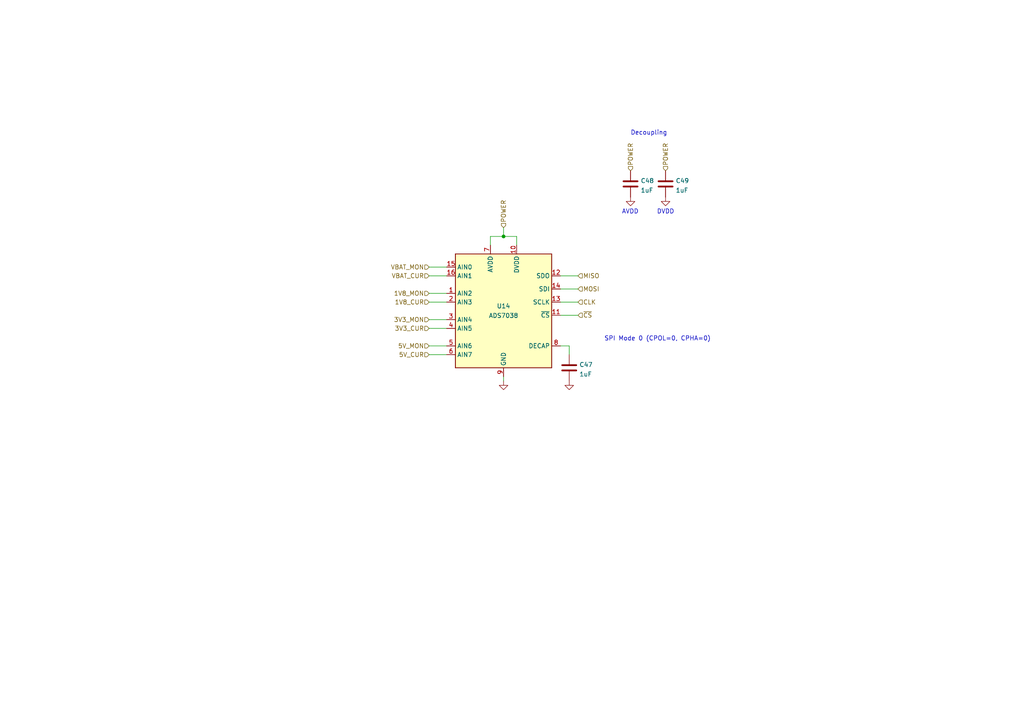
<source format=kicad_sch>
(kicad_sch (version 20210621) (generator eeschema)
  (paper "A4")
  (title_block (title "BUTCube - EPS") (date "2021-06-01") (rev "v1.0") (company "VUT - FIT(STRaDe) & FME(IAE & IPE)") (comment 1 "Author: Petr Malaník"))
  (lib_symbols
    (symbol "Device:C" (pin_numbers hide) (pin_names (offset 0.254))
      (property "Reference" "C" (at 0.635 2.54 0))
      (property "Value" "C" (at 0.635 -2.54 0))
      (symbol "C_0_1"
        (polyline (pts (xy -2.032 -0.762) (xy 2.032 -0.762)) (stroke (width 0.508)))
        (polyline (pts (xy -2.032 0.762) (xy 2.032 0.762)) (stroke (width 0.508)))
      )
      (symbol "C_1_1"
        (pin passive line (at 0 3.81 270) (length 2.794) (name "~") (number "1"))
        (pin passive line (at 0 -3.81 90) (length 2.794) (name "~") (number "2"))
      )
    )
    (symbol "TCY_IC:ADS7038"
      (property "Reference" "U" (at 0 0 0))
      (property "Value" "ADS7038" (at -3.81 -2.54 0))
      (symbol "ADS7038_0_1"
        (rectangle (start -13.97 16.51) (end 13.97 -16.51) (stroke (width 0.254)) (fill (type background)))
      )
      (symbol "ADS7038_1_1"
        (pin input line (at -16.51 5.08 0) (length 2.54) (name "AIN2") (number "1"))
        (pin power_in line (at 3.81 19.05 270) (length 2.54) (name "DVDD") (number "10"))
        (pin input line (at 16.51 -1.27 180) (length 2.54) (name "~{CS}") (number "11"))
        (pin tri_state line (at 16.51 10.16 180) (length 2.54) (name "SDO") (number "12"))
        (pin input line (at 16.51 2.54 180) (length 2.54) (name "SCLK") (number "13"))
        (pin input line (at 16.51 6.35 180) (length 2.54) (name "SDI") (number "14"))
        (pin input line (at -16.51 12.7 0) (length 2.54) (name "AIN0") (number "15"))
        (pin input line (at -16.51 10.16 0) (length 2.54) (name "AIN1") (number "16"))
        (pin passive line (at 0 -19.05 90) (length 2.54) hide (name "E_PAD") (number "17"))
        (pin input line (at -16.51 2.54 0) (length 2.54) (name "AIN3") (number "2"))
        (pin input line (at -16.51 -2.54 0) (length 2.54) (name "AIN4") (number "3"))
        (pin input line (at -16.51 -5.08 0) (length 2.54) (name "AIN5") (number "4"))
        (pin input line (at -16.51 -10.16 0) (length 2.54) (name "AIN6") (number "5"))
        (pin input line (at -16.51 -12.7 0) (length 2.54) (name "AIN7") (number "6"))
        (pin power_in line (at -3.81 19.05 270) (length 2.54) (name "AVDD") (number "7"))
        (pin passive line (at 16.51 -10.16 180) (length 2.54) (name "DECAP") (number "8"))
        (pin power_in line (at 0 -19.05 90) (length 2.54) (name "GND") (number "9"))
      )
    )
    (symbol "power:GND" (power) (pin_names (offset 0))
      (property "Value" "GND" (at 0 -3.81 0))
      (symbol "GND_0_1"
        (polyline (pts (xy 0 0) (xy 0 -1.27) (xy 1.27 -1.27) (xy 0 -2.54) (xy -1.27 -1.27) (xy 0 -1.27)))
      )
      (symbol "GND_1_1"
        (pin power_in line (at 0 0 270) (length 0) hide (name "GND") (number "1"))
      )
    )
  )
  (junction (at 146.05 68.58) (diameter 0.9144))
  (wire (pts (xy 124.46 77.47) (xy 129.54 77.47)))
  (wire (pts (xy 124.46 80.01) (xy 129.54 80.01)))
  (wire (pts (xy 124.46 85.09) (xy 129.54 85.09)))
  (wire (pts (xy 124.46 87.63) (xy 129.54 87.63)))
  (wire (pts (xy 124.46 92.71) (xy 129.54 92.71)))
  (wire (pts (xy 124.46 95.25) (xy 129.54 95.25)))
  (wire (pts (xy 124.46 100.33) (xy 129.54 100.33)))
  (wire (pts (xy 124.46 102.87) (xy 129.54 102.87)))
  (wire (pts (xy 142.24 68.58) (xy 146.05 68.58)))
  (wire (pts (xy 142.24 71.12) (xy 142.24 68.58)))
  (wire (pts (xy 146.05 66.04) (xy 146.05 68.58)))
  (wire (pts (xy 146.05 109.22) (xy 146.05 110.49)))
  (wire (pts (xy 149.86 68.58) (xy 146.05 68.58)))
  (wire (pts (xy 149.86 71.12) (xy 149.86 68.58)))
  (wire (pts (xy 162.56 80.01) (xy 167.64 80.01)))
  (wire (pts (xy 162.56 83.82) (xy 167.64 83.82)))
  (wire (pts (xy 162.56 87.63) (xy 167.64 87.63)))
  (wire (pts (xy 162.56 91.44) (xy 167.64 91.44)))
  (wire (pts (xy 162.56 100.33) (xy 165.1 100.33)))
  (wire (pts (xy 165.1 100.33) (xy 165.1 102.87)))
  (text "SPI Mode 0 (CPOL=0, CPHA=0)" (at 175.26 99.06 0) (effects (font (size 1.27 1.27)) (justify left bottom)))
  (text "AVDD" (at 180.34 62.23 0) (effects (font (size 1.27 1.27)) (justify left bottom)))
  (text "Decoupling" (at 182.88 39.37 0) (effects (font (size 1.27 1.27)) (justify left bottom)))
  (text "DVDD" (at 190.5 62.23 0) (effects (font (size 1.27 1.27)) (justify left bottom)))
  (hierarchical_label "VBAT_MON" (shape input) (at 124.46 77.47 180))
  (hierarchical_label "VBAT_CUR" (shape input) (at 124.46 80.01 180))
  (hierarchical_label "1V8_MON" (shape input) (at 124.46 85.09 180))
  (hierarchical_label "1V8_CUR" (shape input) (at 124.46 87.63 180))
  (hierarchical_label "3V3_MON" (shape input) (at 124.46 92.71 180))
  (hierarchical_label "3V3_CUR" (shape input) (at 124.46 95.25 180))
  (hierarchical_label "5V_MON" (shape input) (at 124.46 100.33 180))
  (hierarchical_label "5V_CUR" (shape input) (at 124.46 102.87 180))
  (hierarchical_label "POWER" (shape input) (at 146.05 66.04 90))
  (hierarchical_label "MISO" (shape input) (at 167.64 80.01 0))
  (hierarchical_label "MOSI" (shape input) (at 167.64 83.82 0))
  (hierarchical_label "CLK" (shape input) (at 167.64 87.63 0))
  (hierarchical_label "~{CS}" (shape input) (at 167.64 91.44 0))
  (hierarchical_label "POWER" (shape input) (at 182.88 49.53 90))
  (hierarchical_label "POWER" (shape input) (at 193.04 49.53 90))
  (symbol (lib_id "power:GND") (at 146.05 110.49 0)
    (property "Reference" "#PWR0116" (effects hide))
    (property "Value" "GND" (effects hide))
  )
  (symbol (lib_id "power:GND") (at 165.1 110.49 0)
    (property "Reference" "#PWR0117" (effects hide))
    (property "Value" "GND" (effects hide))
  )
  (symbol (lib_id "power:GND") (at 182.88 57.15 0)
    (property "Reference" "#PWR0118" (effects hide))
    (property "Value" "GND" (effects hide))
  )
  (symbol (lib_id "power:GND") (at 193.04 57.15 0)
    (property "Reference" "#PWR0119" (effects hide))
    (property "Value" "GND" (effects hide))
  )
  (symbol (lib_id "Device:C") (at 165.1 106.68 0)
    (property "Reference" "C47" (at 168.0211 105.7715 0) (effects (justify left)))
    (property "Value" "1uF" (at 168.0211 108.5466 0) (effects (justify left)))
    (property "Footprint" "Capacitor_SMD:C_0603_1608Metric" (effects hide))
  )
  (symbol (lib_id "Device:C") (at 182.88 53.34 0)
    (property "Reference" "C48" (at 185.8011 52.4315 0) (effects (justify left)))
    (property "Value" "1uF" (at 185.8011 55.2066 0) (effects (justify left)))
    (property "Footprint" "Capacitor_SMD:C_0603_1608Metric" (effects hide))
  )
  (symbol (lib_id "Device:C") (at 193.04 53.34 0)
    (property "Reference" "C49" (at 195.9611 52.4315 0) (effects (justify left)))
    (property "Value" "1uF" (at 195.9611 55.2066 0) (effects (justify left)))
    (property "Footprint" "Capacitor_SMD:C_0603_1608Metric" (effects hide))
  )
  (symbol (lib_id "TCY_IC:ADS7038") (at 146.05 90.17 0)
    (property "Reference" "U14" (at 146.05 88.7636 0))
    (property "Value" "ADS7038" (at 146.05 91.5387 0))
    (property "Footprint" "Package_DFN_QFN:QFN-16-1EP_3x3mm_P0.5mm_EP1.7x1.7mm" (effects hide))
    (property "Datasheet" "https://www.ti.com/lit/ds/symlink/ads7038.pdf" (effects hide))
  )
)
</source>
